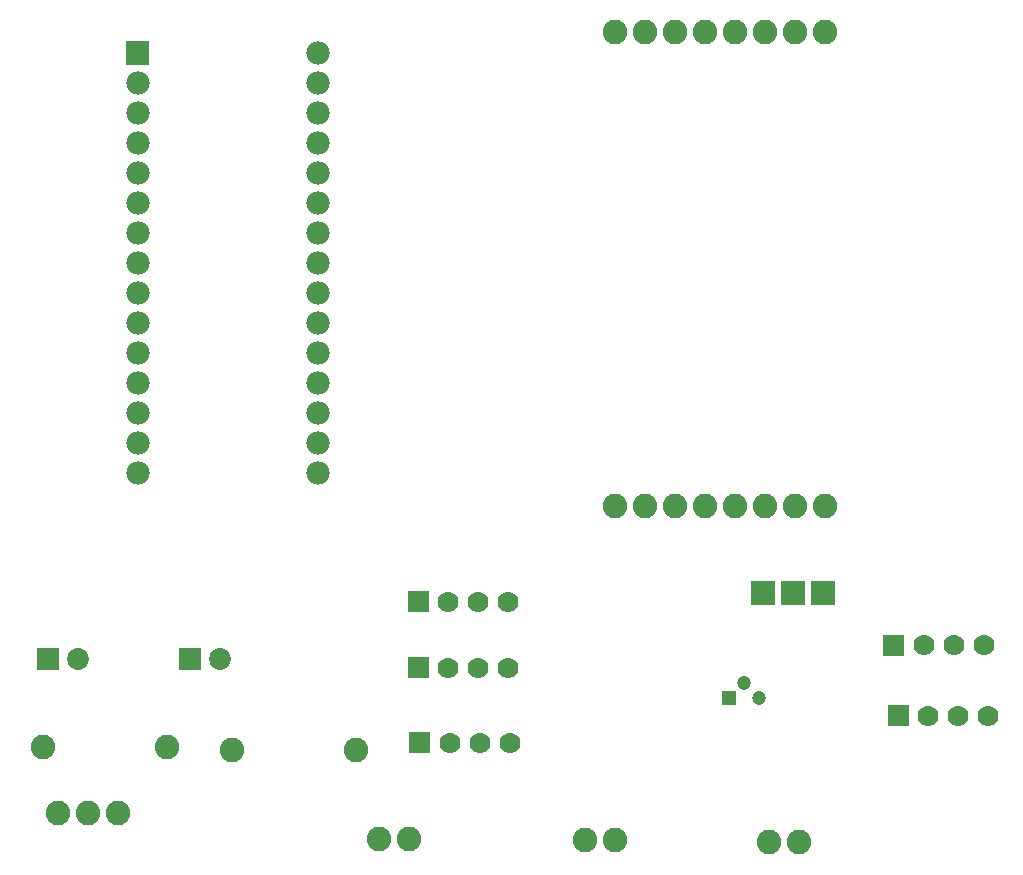
<source format=gbs>
G04 Layer: BottomSolderMaskLayer*
G04 EasyEDA v6.3.22, 2020-03-08T18:10:28+01:00*
G04 ad07acf79a374764822efb46aa97c54e,8b17585b6d3b4194b9f3377f08818917,10*
G04 Gerber Generator version 0.2*
G04 Scale: 100 percent, Rotated: No, Reflected: No *
G04 Dimensions in inches *
G04 leading zeros omitted , absolute positions ,2 integer and 4 decimal *
%FSLAX24Y24*%
%MOIN*%
G90*
G70D02*

%ADD15C,0.070000*%
%ADD25C,0.082000*%
%ADD27C,0.078000*%
%ADD28C,0.047370*%
%ADD31C,0.073000*%

%LPD*%
G54D25*
G01X20096Y13100D03*
G01X21096Y13100D03*
G01X22096Y13100D03*
G01X23096Y13100D03*
G01X24096Y13100D03*
G01X25096Y13100D03*
G01X26096Y13100D03*
G01X27096Y13100D03*
G01X20096Y28879D03*
G01X21096Y28879D03*
G01X22096Y28879D03*
G01X23096Y28879D03*
G01X24096Y28879D03*
G01X25096Y28879D03*
G01X26096Y28879D03*
G01X27096Y28879D03*
G01X1033Y5050D03*
G01X5166Y5050D03*
G01X7333Y4950D03*
G01X11466Y4950D03*
G36*
G01X13200Y9550D02*
G01X13200Y10250D01*
G01X13900Y10250D01*
G01X13900Y9550D01*
G01X13200Y9550D01*
G37*
G54D15*
G01X14550Y9900D03*
G01X15550Y9900D03*
G01X16550Y9900D03*
G36*
G01X29050Y8100D02*
G01X29050Y8800D01*
G01X29750Y8800D01*
G01X29750Y8100D01*
G01X29050Y8100D01*
G37*
G01X30400Y8450D03*
G01X31400Y8450D03*
G01X32400Y8450D03*
G36*
G01X29200Y5750D02*
G01X29200Y6450D01*
G01X29900Y6450D01*
G01X29900Y5750D01*
G01X29200Y5750D01*
G37*
G01X30550Y6100D03*
G01X31550Y6100D03*
G01X32550Y6100D03*
G36*
G01X13200Y7350D02*
G01X13200Y8050D01*
G01X13900Y8050D01*
G01X13900Y7350D01*
G01X13200Y7350D01*
G37*
G01X14550Y7700D03*
G01X15550Y7700D03*
G01X16550Y7700D03*
G36*
G01X13250Y4850D02*
G01X13250Y5550D01*
G01X13950Y5550D01*
G01X13950Y4850D01*
G01X13250Y4850D01*
G37*
G01X14600Y5200D03*
G01X15600Y5200D03*
G01X16600Y5200D03*
G36*
G01X26660Y9809D02*
G01X26660Y10590D01*
G01X27439Y10590D01*
G01X27439Y9809D01*
G01X26660Y9809D01*
G37*
G36*
G01X25660Y9809D02*
G01X25660Y10590D01*
G01X26439Y10590D01*
G01X26439Y9809D01*
G01X25660Y9809D01*
G37*
G36*
G01X24660Y9809D02*
G01X24660Y10590D01*
G01X25439Y10590D01*
G01X25439Y9809D01*
G01X24660Y9809D01*
G37*
G36*
G01X3809Y27809D02*
G01X3809Y28590D01*
G01X4590Y28590D01*
G01X4590Y27809D01*
G01X3809Y27809D01*
G37*
G54D27*
G01X4200Y27200D03*
G01X4200Y26200D03*
G01X4200Y25200D03*
G01X4200Y24200D03*
G01X4200Y23200D03*
G01X4200Y22200D03*
G01X4200Y21200D03*
G01X4200Y20200D03*
G01X4200Y19200D03*
G01X4200Y18200D03*
G01X4200Y17200D03*
G01X4200Y16200D03*
G01X4200Y15200D03*
G01X4200Y14200D03*
G01X10200Y28200D03*
G01X10200Y27200D03*
G01X10200Y26200D03*
G01X10200Y25200D03*
G01X10200Y24200D03*
G01X10200Y23200D03*
G01X10200Y22200D03*
G01X10200Y21200D03*
G01X10200Y20200D03*
G01X10200Y19200D03*
G01X10200Y18200D03*
G01X10200Y17200D03*
G01X10200Y16200D03*
G01X10200Y15200D03*
G01X10200Y14200D03*
G54D25*
G01X19100Y1950D03*
G01X20100Y1950D03*
G01X12250Y2000D03*
G01X13250Y2000D03*
G01X25250Y1900D03*
G01X26250Y1900D03*
G54D28*
G01X24400Y7200D03*
G01X24900Y6700D03*
G36*
G01X23663Y6463D02*
G01X23663Y6936D01*
G01X24136Y6936D01*
G01X24136Y6463D01*
G01X23663Y6463D01*
G37*
G54D25*
G01X1550Y2850D03*
G01X2550Y2850D03*
G01X3550Y2850D03*
G36*
G01X834Y7634D02*
G01X834Y8365D01*
G01X1565Y8365D01*
G01X1565Y7634D01*
G01X834Y7634D01*
G37*
G54D31*
G01X2200Y8000D03*
G36*
G01X5585Y7634D02*
G01X5585Y8365D01*
G01X6314Y8365D01*
G01X6314Y7634D01*
G01X5585Y7634D01*
G37*
G01X6950Y8000D03*
M00*
M02*

</source>
